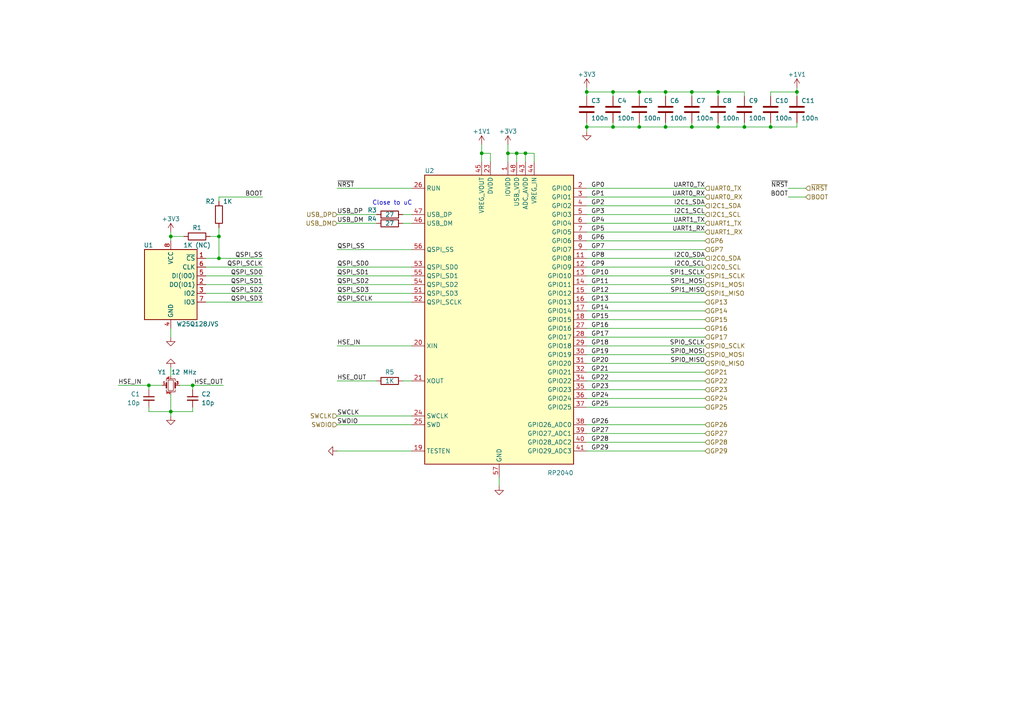
<source format=kicad_sch>
(kicad_sch (version 20230121) (generator eeschema)
  (paper "A4")
  (lib_symbols
    (symbol "Device:C" (pin_numbers hide) (pin_names (offset 0.254))
      (property "Reference" "C" (at 0.635 2.54 0))
      (property "Value" "C" (at 0.635 -2.54 0))
      (symbol "C_0_1"
        (polyline (pts (xy -2.032 -0.762) (xy 2.032 -0.762)) (stroke (width 0.508)))
        (polyline (pts (xy -2.032 0.762) (xy 2.032 0.762)) (stroke (width 0.508)))
      )
      (symbol "C_1_1"
        (pin passive line (at 0 3.81 270) (length 2.794) (name "~") (number "1"))
        (pin passive line (at 0 -3.81 90) (length 2.794) (name "~") (number "2"))
      )
    )
    (symbol "Device:C_Small" (pin_numbers hide) (pin_names (offset 0.254) hide)
      (property "Reference" "C" (at 0.254 1.778 0))
      (property "Value" "C_Small" (at 0.254 -2.032 0))
      (symbol "C_Small_0_1"
        (polyline (pts (xy -1.524 -0.508) (xy 1.524 -0.508)) (stroke (width 0.3302)))
        (polyline (pts (xy -1.524 0.508) (xy 1.524 0.508)) (stroke (width 0.3048)))
      )
      (symbol "C_Small_1_1"
        (pin passive line (at 0 2.54 270) (length 2.032) (name "~") (number "1"))
        (pin passive line (at 0 -2.54 90) (length 2.032) (name "~") (number "2"))
      )
    )
    (symbol "Device:Crystal_GND24_Small" (pin_names (offset 1.016) hide)
      (property "Reference" "Y" (at 1.27 4.445 0))
      (property "Value" "Crystal_GND24_Small" (at 1.27 2.54 0))
      (symbol "Crystal_GND24_Small_0_1"
        (rectangle (start -0.762 -1.524) (end 0.762 1.524))
        (polyline (pts (xy -1.27 -0.762) (xy -1.27 0.762)) (stroke (width 0.381)))
        (polyline (pts (xy 1.27 -0.762) (xy 1.27 0.762)) (stroke (width 0.381)))
        (polyline (pts (xy -1.27 -1.27) (xy -1.27 -1.905) (xy 1.27 -1.905) (xy 1.27 -1.27)))
        (polyline (pts (xy -1.27 1.27) (xy -1.27 1.905) (xy 1.27 1.905) (xy 1.27 1.27)))
      )
      (symbol "Crystal_GND24_Small_1_1"
        (pin passive line (at -2.54 0 0) (length 1.27) (name "1") (number "1"))
        (pin passive line (at 0 -2.54 90) (length 0.635) (name "2") (number "2"))
        (pin passive line (at 2.54 0 180) (length 1.27) (name "3") (number "3"))
        (pin passive line (at 0 2.54 270) (length 0.635) (name "4") (number "4"))
      )
    )
    (symbol "Device:R" (pin_numbers hide) (pin_names (offset 0))
      (property "Reference" "R" (at 2.032 0 90))
      (property "Value" "R" (at 0 0 90))
      (symbol "R_0_1"
        (rectangle (start -1.016 -2.54) (end 1.016 2.54) (stroke (width 0.254)))
      )
      (symbol "R_1_1"
        (pin passive line (at 0 3.81 270) (length 1.27) (name "~") (number "1"))
        (pin passive line (at 0 -3.81 90) (length 1.27) (name "~") (number "2"))
      )
    )
    (symbol "MCU_RaspberryPi:RP2040"
      (property "Reference" "U" (at 17.78 45.72 0))
      (property "Value" "RP2040" (at 17.78 43.18 0))
      (symbol "RP2040_0_1"
        (rectangle (start -21.59 41.91) (end 21.59 -41.91) (stroke (width 0.254)) (fill (type background)))
      )
      (symbol "RP2040_1_1"
        (pin power_in line (at 2.54 45.72 270) (length 3.81) (name "IOVDD") (number "1"))
        (pin passive line (at 2.54 45.72 270) (length 3.81) hide (name "IOVDD") (number "10"))
        (pin bidirectional line (at 25.4 17.78 180) (length 3.81) (name "GPIO8") (number "11"))
        (pin bidirectional line (at 25.4 15.24 180) (length 3.81) (name "GPIO9") (number "12"))
        (pin bidirectional line (at 25.4 12.7 180) (length 3.81) (name "GPIO10") (number "13"))
        (pin bidirectional line (at 25.4 10.16 180) (length 3.81) (name "GPIO11") (number "14"))
        (pin bidirectional line (at 25.4 7.62 180) (length 3.81) (name "GPIO12") (number "15"))
        (pin bidirectional line (at 25.4 5.08 180) (length 3.81) (name "GPIO13") (number "16"))
        (pin bidirectional line (at 25.4 2.54 180) (length 3.81) (name "GPIO14") (number "17"))
        (pin bidirectional line (at 25.4 0 180) (length 3.81) (name "GPIO15") (number "18"))
        (pin input line (at -25.4 -38.1 0) (length 3.81) (name "TESTEN") (number "19"))
        (pin bidirectional line (at 25.4 38.1 180) (length 3.81) (name "GPIO0") (number "2"))
        (pin input line (at -25.4 -7.62 0) (length 3.81) (name "XIN") (number "20"))
        (pin passive line (at -25.4 -17.78 0) (length 3.81) (name "XOUT") (number "21"))
        (pin passive line (at 2.54 45.72 270) (length 3.81) hide (name "IOVDD") (number "22"))
        (pin power_in line (at -2.54 45.72 270) (length 3.81) (name "DVDD") (number "23"))
        (pin input line (at -25.4 -27.94 0) (length 3.81) (name "SWCLK") (number "24"))
        (pin bidirectional line (at -25.4 -30.48 0) (length 3.81) (name "SWD") (number "25"))
        (pin input line (at -25.4 38.1 0) (length 3.81) (name "RUN") (number "26"))
        (pin bidirectional line (at 25.4 -2.54 180) (length 3.81) (name "GPIO16") (number "27"))
        (pin bidirectional line (at 25.4 -5.08 180) (length 3.81) (name "GPIO17") (number "28"))
        (pin bidirectional line (at 25.4 -7.62 180) (length 3.81) (name "GPIO18") (number "29"))
        (pin bidirectional line (at 25.4 35.56 180) (length 3.81) (name "GPIO1") (number "3"))
        (pin bidirectional line (at 25.4 -10.16 180) (length 3.81) (name "GPIO19") (number "30"))
        (pin bidirectional line (at 25.4 -12.7 180) (length 3.81) (name "GPIO20") (number "31"))
        (pin bidirectional line (at 25.4 -15.24 180) (length 3.81) (name "GPIO21") (number "32"))
        (pin passive line (at 2.54 45.72 270) (length 3.81) hide (name "IOVDD") (number "33"))
        (pin bidirectional line (at 25.4 -17.78 180) (length 3.81) (name "GPIO22") (number "34"))
        (pin bidirectional line (at 25.4 -20.32 180) (length 3.81) (name "GPIO23") (number "35"))
        (pin bidirectional line (at 25.4 -22.86 180) (length 3.81) (name "GPIO24") (number "36"))
        (pin bidirectional line (at 25.4 -25.4 180) (length 3.81) (name "GPIO25") (number "37"))
        (pin bidirectional line (at 25.4 -30.48 180) (length 3.81) (name "GPIO26_ADC0") (number "38"))
        (pin bidirectional line (at 25.4 -33.02 180) (length 3.81) (name "GPIO27_ADC1") (number "39"))
        (pin bidirectional line (at 25.4 33.02 180) (length 3.81) (name "GPIO2") (number "4"))
        (pin bidirectional line (at 25.4 -35.56 180) (length 3.81) (name "GPIO28_ADC2") (number "40"))
        (pin bidirectional line (at 25.4 -38.1 180) (length 3.81) (name "GPIO29_ADC3") (number "41"))
        (pin passive line (at 2.54 45.72 270) (length 3.81) hide (name "IOVDD") (number "42"))
        (pin power_in line (at 7.62 45.72 270) (length 3.81) (name "ADC_AVDD") (number "43"))
        (pin power_in line (at 10.16 45.72 270) (length 3.81) (name "VREG_IN") (number "44"))
        (pin power_out line (at -5.08 45.72 270) (length 3.81) (name "VREG_VOUT") (number "45"))
        (pin bidirectional line (at -25.4 27.94 0) (length 3.81) (name "USB_DM") (number "46"))
        (pin bidirectional line (at -25.4 30.48 0) (length 3.81) (name "USB_DP") (number "47"))
        (pin power_in line (at 5.08 45.72 270) (length 3.81) (name "USB_VDD") (number "48"))
        (pin passive line (at 2.54 45.72 270) (length 3.81) hide (name "IOVDD") (number "49"))
        (pin bidirectional line (at 25.4 30.48 180) (length 3.81) (name "GPIO3") (number "5"))
        (pin passive line (at -2.54 45.72 270) (length 3.81) hide (name "DVDD") (number "50"))
        (pin bidirectional line (at -25.4 7.62 0) (length 3.81) (name "QSPI_SD3") (number "51"))
        (pin output line (at -25.4 5.08 0) (length 3.81) (name "QSPI_SCLK") (number "52"))
        (pin bidirectional line (at -25.4 15.24 0) (length 3.81) (name "QSPI_SD0") (number "53"))
        (pin bidirectional line (at -25.4 10.16 0) (length 3.81) (name "QSPI_SD2") (number "54"))
        (pin bidirectional line (at -25.4 12.7 0) (length 3.81) (name "QSPI_SD1") (number "55"))
        (pin bidirectional line (at -25.4 20.32 0) (length 3.81) (name "QSPI_SS") (number "56"))
        (pin power_in line (at 0 -45.72 90) (length 3.81) (name "GND") (number "57"))
        (pin bidirectional line (at 25.4 27.94 180) (length 3.81) (name "GPIO4") (number "6"))
        (pin bidirectional line (at 25.4 25.4 180) (length 3.81) (name "GPIO5") (number "7"))
        (pin bidirectional line (at 25.4 22.86 180) (length 3.81) (name "GPIO6") (number "8"))
        (pin bidirectional line (at 25.4 20.32 180) (length 3.81) (name "GPIO7") (number "9"))
      )
    )
    (symbol "Memory_Flash:W25Q128JVS"
      (property "Reference" "U" (at -8.89 8.89 0))
      (property "Value" "W25Q128JVS" (at 7.62 8.89 0))
      (symbol "W25Q128JVS_0_1"
        (rectangle (start -7.62 10.16) (end 7.62 -10.16) (stroke (width 0.254)) (fill (type background)))
      )
      (symbol "W25Q128JVS_1_1"
        (pin input line (at -10.16 7.62 0) (length 2.54) (name "~{CS}") (number "1"))
        (pin bidirectional line (at -10.16 0 0) (length 2.54) (name "DO(IO1)") (number "2"))
        (pin bidirectional line (at -10.16 -2.54 0) (length 2.54) (name "IO2") (number "3"))
        (pin power_in line (at 0 -12.7 90) (length 2.54) (name "GND") (number "4"))
        (pin bidirectional line (at -10.16 2.54 0) (length 2.54) (name "DI(IO0)") (number "5"))
        (pin input line (at -10.16 5.08 0) (length 2.54) (name "CLK") (number "6"))
        (pin bidirectional line (at -10.16 -5.08 0) (length 2.54) (name "IO3") (number "7"))
        (pin power_in line (at 0 12.7 270) (length 2.54) (name "VCC") (number "8"))
      )
    )
    (symbol "power:+1V1" (power) (pin_names (offset 0))
      (property "Value" "+1V1" (at 0 3.556 0))
      (symbol "+1V1_0_1"
        (polyline (pts (xy -0.762 1.27) (xy 0 2.54)))
        (polyline (pts (xy 0 0) (xy 0 2.54)))
        (polyline (pts (xy 0 2.54) (xy 0.762 1.27)))
      )
      (symbol "+1V1_1_1"
        (pin power_in line (at 0 0 90) (length 0) hide (name "+1V1") (number "1"))
      )
    )
    (symbol "power:+3V3" (power) (pin_names (offset 0))
      (property "Value" "+3V3" (at 0 3.556 0))
      (symbol "+3V3_0_1"
        (polyline (pts (xy -0.762 1.27) (xy 0 2.54)))
        (polyline (pts (xy 0 0) (xy 0 2.54)))
        (polyline (pts (xy 0 2.54) (xy 0.762 1.27)))
      )
      (symbol "+3V3_1_1"
        (pin power_in line (at 0 0 90) (length 0) hide (name "+3V3") (number "1"))
      )
    )
    (symbol "power:GND" (power) (pin_names (offset 0))
      (property "Value" "GND" (at 0 -3.81 0))
      (symbol "GND_0_1"
        (polyline (pts (xy 0 0) (xy 0 -1.27) (xy 1.27 -1.27) (xy 0 -2.54) (xy -1.27 -1.27) (xy 0 -1.27)))
      )
      (symbol "GND_1_1"
        (pin power_in line (at 0 0 270) (length 0) hide (name "GND") (number "1"))
      )
    )
  )
  (junction (at 49.53 119.38))
  (junction (at 139.7 44.45))
  (junction (at 55.88 111.76))
  (junction (at 152.4 44.45))
  (junction (at 170.18 36.83))
  (junction (at 177.8 36.83))
  (junction (at 63.5 68.58))
  (junction (at 43.18 111.76))
  (junction (at 200.66 26.67))
  (junction (at 177.8 26.67))
  (junction (at 208.28 26.67))
  (junction (at 223.52 36.83))
  (junction (at 49.53 68.58))
  (junction (at 185.42 26.67))
  (junction (at 208.28 36.83))
  (junction (at 170.18 26.67))
  (junction (at 147.32 44.45))
  (junction (at 193.04 26.67))
  (junction (at 231.14 26.67))
  (junction (at 200.66 36.83))
  (junction (at 63.5 74.93))
  (junction (at 185.42 36.83))
  (junction (at 193.04 36.83))
  (junction (at 149.86 44.45))
  (junction (at 215.9 36.83))
  (wire (pts (xy 97.79 120.65) (xy 119.38 120.65)))
  (wire (pts (xy 215.9 26.67) (xy 215.9 27.94)))
  (wire (pts (xy 144.78 138.43) (xy 144.78 140.97)))
  (wire (pts (xy 170.18 85.09) (xy 204.47 85.09)))
  (wire (pts (xy 49.53 119.38) (xy 55.88 119.38)))
  (wire (pts (xy 200.66 26.67) (xy 208.28 26.67)))
  (wire (pts (xy 215.9 36.83) (xy 215.9 35.56)))
  (wire (pts (xy 170.18 100.33) (xy 204.47 100.33)))
  (wire (pts (xy 149.86 44.45) (xy 152.4 44.45)))
  (wire (pts (xy 97.79 64.77) (xy 109.22 64.77)))
  (wire (pts (xy 170.18 95.25) (xy 204.47 95.25)))
  (wire (pts (xy 200.66 36.83) (xy 208.28 36.83)))
  (wire (pts (xy 55.88 113.03) (xy 55.88 111.76)))
  (wire (pts (xy 76.2 80.01) (xy 59.69 80.01)))
  (wire (pts (xy 208.28 26.67) (xy 215.9 26.67)))
  (wire (pts (xy 177.8 36.83) (xy 177.8 35.56)))
  (wire (pts (xy 97.79 77.47) (xy 119.38 77.47)))
  (wire (pts (xy 170.18 118.11) (xy 204.47 118.11)))
  (wire (pts (xy 233.68 54.61) (xy 228.6 54.61)))
  (wire (pts (xy 49.53 119.38) (xy 49.53 120.65)))
  (wire (pts (xy 231.14 36.83) (xy 231.14 35.56)))
  (wire (pts (xy 55.88 111.76) (xy 64.77 111.76)))
  (wire (pts (xy 170.18 107.95) (xy 204.47 107.95)))
  (wire (pts (xy 170.18 36.83) (xy 170.18 35.56)))
  (wire (pts (xy 185.42 26.67) (xy 185.42 27.94)))
  (wire (pts (xy 170.18 102.87) (xy 204.47 102.87)))
  (wire (pts (xy 231.14 26.67) (xy 231.14 27.94)))
  (wire (pts (xy 170.18 67.31) (xy 204.47 67.31)))
  (wire (pts (xy 97.79 130.81) (xy 119.38 130.81)))
  (wire (pts (xy 49.53 109.22) (xy 49.53 106.68)))
  (wire (pts (xy 97.79 82.55) (xy 119.38 82.55)))
  (wire (pts (xy 208.28 36.83) (xy 215.9 36.83)))
  (wire (pts (xy 200.66 36.83) (xy 200.66 35.56)))
  (wire (pts (xy 97.79 123.19) (xy 119.38 123.19)))
  (wire (pts (xy 55.88 119.38) (xy 55.88 118.11)))
  (wire (pts (xy 116.84 62.23) (xy 119.38 62.23)))
  (wire (pts (xy 170.18 97.79) (xy 204.47 97.79)))
  (wire (pts (xy 208.28 36.83) (xy 208.28 35.56)))
  (wire (pts (xy 43.18 113.03) (xy 43.18 111.76)))
  (wire (pts (xy 193.04 35.56) (xy 193.04 36.83)))
  (wire (pts (xy 185.42 36.83) (xy 185.42 35.56)))
  (wire (pts (xy 223.52 36.83) (xy 231.14 36.83)))
  (wire (pts (xy 63.5 66.04) (xy 63.5 68.58)))
  (wire (pts (xy 208.28 26.67) (xy 208.28 27.94)))
  (wire (pts (xy 49.53 68.58) (xy 53.34 68.58)))
  (wire (pts (xy 177.8 26.67) (xy 185.42 26.67)))
  (wire (pts (xy 59.69 74.93) (xy 63.5 74.93)))
  (wire (pts (xy 43.18 119.38) (xy 43.18 118.11)))
  (wire (pts (xy 193.04 36.83) (xy 200.66 36.83)))
  (wire (pts (xy 170.18 82.55) (xy 204.47 82.55)))
  (wire (pts (xy 200.66 26.67) (xy 200.66 27.94)))
  (wire (pts (xy 223.52 26.67) (xy 231.14 26.67)))
  (wire (pts (xy 185.42 36.83) (xy 193.04 36.83)))
  (wire (pts (xy 223.52 36.83) (xy 223.52 35.56)))
  (wire (pts (xy 170.18 36.83) (xy 177.8 36.83)))
  (wire (pts (xy 170.18 113.03) (xy 204.47 113.03)))
  (wire (pts (xy 52.07 111.76) (xy 55.88 111.76)))
  (wire (pts (xy 49.53 68.58) (xy 49.53 69.85)))
  (wire (pts (xy 170.18 110.49) (xy 204.47 110.49)))
  (wire (pts (xy 170.18 54.61) (xy 204.47 54.61)))
  (wire (pts (xy 170.18 105.41) (xy 204.47 105.41)))
  (wire (pts (xy 152.4 44.45) (xy 154.94 44.45)))
  (wire (pts (xy 97.79 110.49) (xy 109.22 110.49)))
  (wire (pts (xy 193.04 26.67) (xy 200.66 26.67)))
  (wire (pts (xy 170.18 130.81) (xy 204.47 130.81)))
  (wire (pts (xy 170.18 87.63) (xy 204.47 87.63)))
  (wire (pts (xy 154.94 46.99) (xy 154.94 44.45)))
  (wire (pts (xy 139.7 44.45) (xy 139.7 46.99)))
  (wire (pts (xy 170.18 36.83) (xy 170.18 38.1)))
  (wire (pts (xy 49.53 97.79) (xy 49.53 95.25)))
  (wire (pts (xy 223.52 27.94) (xy 223.52 26.67)))
  (wire (pts (xy 97.79 100.33) (xy 119.38 100.33)))
  (wire (pts (xy 170.18 80.01) (xy 204.47 80.01)))
  (wire (pts (xy 170.18 62.23) (xy 204.47 62.23)))
  (wire (pts (xy 170.18 64.77) (xy 204.47 64.77)))
  (wire (pts (xy 177.8 26.67) (xy 177.8 27.94)))
  (wire (pts (xy 147.32 41.91) (xy 147.32 44.45)))
  (wire (pts (xy 147.32 44.45) (xy 147.32 46.99)))
  (wire (pts (xy 97.79 72.39) (xy 119.38 72.39)))
  (wire (pts (xy 97.79 80.01) (xy 119.38 80.01)))
  (wire (pts (xy 170.18 74.93) (xy 204.47 74.93)))
  (wire (pts (xy 49.53 67.31) (xy 49.53 68.58)))
  (wire (pts (xy 76.2 85.09) (xy 59.69 85.09)))
  (wire (pts (xy 34.29 111.76) (xy 43.18 111.76)))
  (wire (pts (xy 170.18 59.69) (xy 204.47 59.69)))
  (wire (pts (xy 63.5 57.15) (xy 76.2 57.15)))
  (wire (pts (xy 170.18 115.57) (xy 204.47 115.57)))
  (wire (pts (xy 116.84 110.49) (xy 119.38 110.49)))
  (wire (pts (xy 193.04 26.67) (xy 193.04 27.94)))
  (wire (pts (xy 63.5 74.93) (xy 76.2 74.93)))
  (wire (pts (xy 60.96 68.58) (xy 63.5 68.58)))
  (wire (pts (xy 170.18 123.19) (xy 204.47 123.19)))
  (wire (pts (xy 63.5 58.42) (xy 63.5 57.15)))
  (wire (pts (xy 185.42 26.67) (xy 193.04 26.67)))
  (wire (pts (xy 170.18 26.67) (xy 177.8 26.67)))
  (wire (pts (xy 170.18 26.67) (xy 170.18 27.94)))
  (wire (pts (xy 43.18 111.76) (xy 46.99 111.76)))
  (wire (pts (xy 149.86 44.45) (xy 149.86 46.99)))
  (wire (pts (xy 170.18 57.15) (xy 204.47 57.15)))
  (wire (pts (xy 97.79 54.61) (xy 119.38 54.61)))
  (wire (pts (xy 116.84 64.77) (xy 119.38 64.77)))
  (wire (pts (xy 97.79 87.63) (xy 119.38 87.63)))
  (wire (pts (xy 139.7 44.45) (xy 142.24 44.45)))
  (wire (pts (xy 139.7 41.91) (xy 139.7 44.45)))
  (wire (pts (xy 177.8 36.83) (xy 185.42 36.83)))
  (wire (pts (xy 170.18 125.73) (xy 204.47 125.73)))
  (wire (pts (xy 76.2 77.47) (xy 59.69 77.47)))
  (wire (pts (xy 63.5 68.58) (xy 63.5 74.93)))
  (wire (pts (xy 233.68 57.15) (xy 228.6 57.15)))
  (wire (pts (xy 152.4 44.45) (xy 152.4 46.99)))
  (wire (pts (xy 170.18 25.4) (xy 170.18 26.67)))
  (wire (pts (xy 170.18 92.71) (xy 204.47 92.71)))
  (wire (pts (xy 97.79 62.23) (xy 109.22 62.23)))
  (wire (pts (xy 142.24 46.99) (xy 142.24 44.45)))
  (wire (pts (xy 170.18 77.47) (xy 204.47 77.47)))
  (wire (pts (xy 170.18 90.17) (xy 204.47 90.17)))
  (wire (pts (xy 97.79 85.09) (xy 119.38 85.09)))
  (wire (pts (xy 43.18 119.38) (xy 49.53 119.38)))
  (wire (pts (xy 170.18 69.85) (xy 204.47 69.85)))
  (wire (pts (xy 76.2 87.63) (xy 59.69 87.63)))
  (wire (pts (xy 215.9 36.83) (xy 223.52 36.83)))
  (wire (pts (xy 170.18 128.27) (xy 204.47 128.27)))
  (wire (pts (xy 49.53 114.3) (xy 49.53 119.38)))
  (wire (pts (xy 170.18 72.39) (xy 204.47 72.39)))
  (wire (pts (xy 147.32 44.45) (xy 149.86 44.45)))
  (wire (pts (xy 231.14 25.4) (xy 231.14 26.67)))
  (wire (pts (xy 76.2 82.55) (xy 59.69 82.55)))
  (text "Close to uC" (at 107.95 59.69 0) (effects (font (size 1.27 1.27)) (justify left bottom)))
  (label "GP21" (at 171.45 107.95 0))
  (label "SPI1_SCLK" (at 204.47 80.01 180))
  (label "GP24" (at 171.45 115.57 0))
  (label "USB_DM" (at 97.79 64.77 0))
  (label "QSPI_SS" (at 76.2 74.93 180))
  (label "GP11" (at 171.45 82.55 0))
  (label "GP1" (at 171.45 57.15 0))
  (label "GP25" (at 171.45 118.11 0))
  (label "QSPI_SD1" (at 76.2 82.55 180))
  (label "QSPI_SD0" (at 97.79 77.47 0))
  (label "~{NRST}" (at 97.79 54.61 0))
  (label "GP5" (at 171.45 67.31 0))
  (label "SPI1_MOSI" (at 204.47 82.55 180))
  (label "HSE_OUT" (at 64.77 111.76 180))
  (label "GP27" (at 171.45 125.73 0))
  (label "GP13" (at 171.45 87.63 0))
  (label "GP28" (at 171.45 128.27 0))
  (label "QSPI_SD2" (at 76.2 85.09 180))
  (label "GP3" (at 171.45 62.23 0))
  (label "QSPI_SD3" (at 97.79 85.09 0))
  (label "GP23" (at 171.45 113.03 0))
  (label "GP7" (at 171.45 72.39 0))
  (label "I2C0_SDA" (at 204.47 74.93 180))
  (label "GP12" (at 171.45 85.09 0))
  (label "SWDIO" (at 97.79 123.19 0))
  (label "QSPI_SD0" (at 76.2 80.01 180))
  (label "SPI0_MISO" (at 204.47 105.41 180))
  (label "GP8" (at 171.45 74.93 0))
  (label "UART1_TX" (at 204.47 64.77 180))
  (label "GP14" (at 171.45 90.17 0))
  (label "GP4" (at 171.45 64.77 0))
  (label "I2C1_SDA" (at 204.47 59.69 180))
  (label "GP16" (at 171.45 95.25 0))
  (label "GP0" (at 171.45 54.61 0))
  (label "GP10" (at 171.45 80.01 0))
  (label "GP6" (at 171.45 69.85 0))
  (label "I2C1_SCL" (at 204.47 62.23 180))
  (label "HSE_OUT" (at 97.79 110.49 0))
  (label "GP26" (at 171.45 123.19 0))
  (label "GP17" (at 171.45 97.79 0))
  (label "BOOT" (at 76.2 57.15 180))
  (label "SPI1_MISO" (at 204.47 85.09 180))
  (label "UART0_RX" (at 204.47 57.15 180))
  (label "I2C0_SCL" (at 204.47 77.47 180))
  (label "QSPI_SD1" (at 97.79 80.01 0))
  (label "QSPI_SS" (at 97.79 72.39 0))
  (label "GP9" (at 171.45 77.47 0))
  (label "SWCLK" (at 97.79 120.65 0))
  (label "QSPI_SD3" (at 76.2 87.63 180))
  (label "QSPI_SCLK" (at 97.79 87.63 0))
  (label "GP22" (at 171.45 110.49 0))
  (label "GP19" (at 171.45 102.87 0))
  (label "HSE_IN" (at 34.29 111.76 0))
  (label "HSE_IN" (at 97.79 100.33 0))
  (label "UART0_TX" (at 204.47 54.61 180))
  (label "SPI0_MOSI" (at 204.47 102.87 180))
  (label "GP29" (at 171.45 130.81 0))
  (label "GP2" (at 171.45 59.69 0))
  (label "GP15" (at 171.45 92.71 0))
  (label "~{NRST}" (at 228.6 54.61 180))
  (label "SPI0_SCLK" (at 204.47 100.33 180))
  (label "GP18" (at 171.45 100.33 0))
  (label "GP20" (at 171.45 105.41 0))
  (label "BOOT" (at 228.6 57.15 180))
  (label "QSPI_SD2" (at 97.79 82.55 0))
  (label "USB_DP" (at 97.79 62.23 0))
  (label "QSPI_SCLK" (at 76.2 77.47 180))
  (label "UART1_RX" (at 204.47 67.31 180))
  (hierarchical_label "I2C1_SDA" (shape input) (at 204.47 59.69 0))
  (hierarchical_label "SPI0_SCLK" (shape input) (at 204.47 100.33 0))
  (hierarchical_label "GP14" (shape input) (at 204.47 90.17 0))
  (hierarchical_label "GP16" (shape input) (at 204.47 95.25 0))
  (hierarchical_label "GP17" (shape input) (at 204.47 97.79 0))
  (hierarchical_label "SPI0_MOSI" (shape input) (at 204.47 102.87 0))
  (hierarchical_label "I2C0_SCL" (shape input) (at 204.47 77.47 0))
  (hierarchical_label "SPI1_MOSI" (shape input) (at 204.47 82.55 0))
  (hierarchical_label "UART0_TX" (shape input) (at 204.47 54.61 0))
  (hierarchical_label "I2C0_SDA" (shape input) (at 204.47 74.93 0))
  (hierarchical_label "GP25" (shape input) (at 204.47 118.11 0))
  (hierarchical_label "GP6" (shape input) (at 204.47 69.85 0))
  (hierarchical_label "USB_DM" (shape input) (at 97.79 64.77 180))
  (hierarchical_label "GP27" (shape input) (at 204.47 125.73 0))
  (hierarchical_label "UART1_RX" (shape input) (at 204.47 67.31 0))
  (hierarchical_label "GP28" (shape input) (at 204.47 128.27 0))
  (hierarchical_label "GP22" (shape input) (at 204.47 110.49 0))
  (hierarchical_label "SWCLK" (shape input) (at 97.79 120.65 180))
  (hierarchical_label "GP7" (shape input) (at 204.47 72.39 0))
  (hierarchical_label "GP13" (shape input) (at 204.47 87.63 0))
  (hierarchical_label "SPI0_MISO" (shape input) (at 204.47 105.41 0))
  (hierarchical_label "UART0_RX" (shape input) (at 204.47 57.15 0))
  (hierarchical_label "UART1_TX" (shape input) (at 204.47 64.77 0))
  (hierarchical_label "USB_DP" (shape input) (at 97.79 62.23 180))
  (hierarchical_label "SPI1_SCLK" (shape input) (at 204.47 80.01 0))
  (hierarchical_label "GP15" (shape input) (at 204.47 92.71 0))
  (hierarchical_label "~{NRST}" (shape input) (at 233.68 54.61 0))
  (hierarchical_label "GP24" (shape input) (at 204.47 115.57 0))
  (hierarchical_label "GP29" (shape input) (at 204.47 130.81 0))
  (hierarchical_label "GP23" (shape input) (at 204.47 113.03 0))
  (hierarchical_label "SWDIO" (shape input) (at 97.79 123.19 180))
  (hierarchical_label "I2C1_SCL" (shape input) (at 204.47 62.23 0))
  (hierarchical_label "GP26" (shape input) (at 204.47 123.19 0))
  (hierarchical_label "BOOT" (shape input) (at 233.68 57.15 0))
  (hierarchical_label "GP21" (shape input) (at 204.47 107.95 0))
  (hierarchical_label "SPI1_MISO" (shape input) (at 204.47 85.09 0))
  (symbol (lib_id "Device:C_Small") (at 43.18 115.57 0) (mirror y) (unit 1)
    (property "Reference" "C1" (at 40.64 114.3063 0) (effects (justify left)))
    (property "Value" "10p" (at 40.64 116.8463 0) (effects (justify left)))
    (property "Footprint" "Capacitor_SMD:C_0402_1005Metric" (effects hide))
    (instances (project "base2040" (path "" (reference "C1") (unit 1))) (project "1-Job" (path "" (reference "C210") (unit 1))))
  )
  (symbol (lib_id "Device:C") (at 215.9 31.75 0) (unit 1)
    (property "Reference" "C9" (at 217.17 29.21 0) (effects (justify left)))
    (property "Value" "100n" (at 217.17 34.29 0) (effects (justify left)))
    (property "Footprint" "Capacitor_SMD:C_0402_1005Metric" (effects hide))
    (instances (project "base2040" (path "" (reference "C9") (unit 1))) (project "1-Job" (path "" (reference "C207") (unit 1))))
  )
  (symbol (lib_id "power:+3V3") (at 49.53 67.31 0) (unit 1)
    (property "Reference" "#PWR01" (effects hide))
    (property "Value" "+3V3" (at 49.53 63.5 0))
    (instances (project "base2040" (path "" (reference "#PWR01") (unit 1))) (project "1-Job" (path "" (reference "#PWR0206") (unit 1))) (project "t_rp2040" (path "" (reference "#PWR03") (unit 1))))
  )
  (symbol (lib_id "Device:C_Small") (at 55.88 115.57 0) (unit 1)
    (property "Reference" "C2" (at 58.42 114.3063 0) (effects (justify left)))
    (property "Value" "10p" (at 58.42 116.8463 0) (effects (justify left)))
    (property "Footprint" "Capacitor_SMD:C_0402_1005Metric" (effects hide))
    (instances (project "base2040" (path "" (reference "C2") (unit 1))) (project "1-Job" (path "" (reference "C211") (unit 1))))
  )
  (symbol (lib_id "power:GND") (at 144.78 140.97 0) (unit 1)
    (property "Reference" "#PWR07" (effects hide))
    (property "Value" "GND" (effects hide))
    (instances (project "base2040" (path "" (reference "#PWR07") (unit 1))) (project "1-Job" (path "" (reference "#PWR0211") (unit 1))) (project "t_rp2040" (path "" (reference "#PWR07") (unit 1))))
  )
  (symbol (lib_id "MCU_RaspberryPi:RP2040") (at 144.78 92.71 0) (unit 1)
    (property "Reference" "U2" (at 123.19 49.53 0) (effects (justify left)))
    (property "Value" "RP2040" (at 158.75 137.16 0) (effects (justify left)))
    (property "Footprint" "Package_DFN_QFN:QFN-56-1EP_7x7mm_P0.4mm_EP3.2x3.2mm" (effects hide))
    (property "Datasheet" "https://datasheets.raspberrypi.com/rp2040/rp2040-datasheet.pdf" (effects hide))
    (instances (project "base2040" (path "" (reference "U2") (unit 1))) (project "1-Job" (path "" (reference "U202") (unit 1))) (project "t_rp2040" (path "" (reference "U2") (unit 1))))
  )
  (symbol (lib_id "Device:R") (at 113.03 110.49 90) (unit 1)
    (property "Reference" "R5" (at 113.03 107.95 90))
    (property "Value" "1K" (at 113.03 110.49 90))
    (property "Footprint" "Resistor_SMD:R_0402_1005Metric" (effects hide))
    (instances (project "base2040" (path "" (reference "R5") (unit 1))) (project "1-Job" (path "" (reference "R205") (unit 1))))
  )
  (symbol (lib_id "power:GND") (at 170.18 38.1 0) (unit 1)
    (property "Reference" "#PWR010" (effects hide))
    (property "Value" "GND" (effects hide))
    (instances (project "base2040" (path "" (reference "#PWR010") (unit 1))) (project "1-Job" (path "" (reference "#PWR0203") (unit 1))) (project "t_rp2040" (path "" (reference "#PWR07") (unit 1))))
  )
  (symbol (lib_id "power:GND") (at 49.53 97.79 0) (unit 1)
    (property "Reference" "#PWR02" (effects hide))
    (property "Value" "GND" (effects hide))
    (instances (project "base2040" (path "" (reference "#PWR02") (unit 1))) (project "1-Job" (path "" (reference "#PWR0207") (unit 1))) (project "t_rp2040" (path "" (reference "#PWR04") (unit 1))))
  )
  (symbol (lib_id "Device:R") (at 57.15 68.58 90) (unit 1)
    (property "Reference" "R1" (at 57.15 66.04 90))
    (property "Value" "1K (NC)" (at 57.15 71.12 90))
    (property "Footprint" "Resistor_SMD:R_0402_1005Metric" (effects hide))
    (instances (project "base2040" (path "" (reference "R1") (unit 1))) (project "1-Job" (path "" (reference "R204") (unit 1))))
  )
  (symbol (lib_id "power:+3V3") (at 170.18 25.4 0) (unit 1)
    (property "Reference" "#PWR09" (effects hide))
    (property "Value" "+3V3" (at 170.18 21.59 0))
    (instances (project "base2040" (path "" (reference "#PWR09") (unit 1))) (project "1-Job" (path "" (reference "#PWR0201") (unit 1))) (project "t_rp2040" (path "" (reference "#PWR012") (unit 1))))
  )
  (symbol (lib_id "Device:R") (at 63.5 62.23 0) (mirror x) (unit 1)
    (property "Reference" "R2" (at 60.96 58.42 0))
    (property "Value" "1K" (at 66.04 58.42 0))
    (property "Footprint" "Resistor_SMD:R_0402_1005Metric" (effects hide))
    (instances (project "base2040" (path "" (reference "R2") (unit 1))) (project "1-Job" (path "" (reference "R201") (unit 1))))
  )
  (symbol (lib_id "Device:C") (at 231.14 31.75 0) (unit 1)
    (property "Reference" "C11" (at 232.41 29.21 0) (effects (justify left)))
    (property "Value" "100n" (at 232.41 34.29 0) (effects (justify left)))
    (property "Footprint" "Capacitor_SMD:C_0402_1005Metric" (effects hide))
    (instances (project "base2040" (path "" (reference "C11") (unit 1))) (project "1-Job" (path "" (reference "C209") (unit 1))))
  )
  (symbol (lib_id "power:GND") (at 49.53 120.65 0) (unit 1)
    (property "Reference" "#PWR04" (effects hide))
    (property "Value" "GND" (effects hide))
    (instances (project "base2040" (path "" (reference "#PWR04") (unit 1))) (project "1-Job" (path "" (reference "#PWR0209") (unit 1))) (project "t_rp2040" (path "" (reference "#PWR04") (unit 1))))
  )
  (symbol (lib_id "power:+1V1") (at 231.14 25.4 0) (unit 1)
    (property "Reference" "#PWR011" (effects hide))
    (property "Value" "+1V1" (at 231.14 21.59 0))
    (instances (project "base2040" (path "" (reference "#PWR011") (unit 1))) (project "1-Job" (path "" (reference "#PWR0202") (unit 1))) (project "t_rp2040" (path "" (reference "#PWR06") (unit 1))))
  )
  (symbol (lib_id "Device:C") (at 193.04 31.75 0) (unit 1)
    (property "Reference" "C6" (at 194.31 29.21 0) (effects (justify left)))
    (property "Value" "100n" (at 194.31 34.29 0) (effects (justify left)))
    (property "Footprint" "Capacitor_SMD:C_0402_1005Metric" (effects hide))
    (instances (project "base2040" (path "" (reference "C6") (unit 1))) (project "1-Job" (path "" (reference "C204") (unit 1))))
  )
  (symbol (lib_id "Device:C") (at 208.28 31.75 0) (unit 1)
    (property "Reference" "C8" (at 209.55 29.21 0) (effects (justify left)))
    (property "Value" "100n" (at 209.55 34.29 0) (effects (justify left)))
    (property "Footprint" "Capacitor_SMD:C_0402_1005Metric" (effects hide))
    (instances (project "base2040" (path "" (reference "C8") (unit 1))) (project "1-Job" (path "" (reference "C206") (unit 1))))
  )
  (symbol (lib_id "Device:R") (at 113.03 62.23 90) (unit 1)
    (property "Reference" "R3" (at 107.95 60.96 90))
    (property "Value" "27" (at 113.03 62.23 90))
    (property "Footprint" "Resistor_SMD:R_0402_1005Metric" (effects hide))
    (instances (project "base2040" (path "" (reference "R3") (unit 1))) (project "1-Job" (path "" (reference "R202") (unit 1))) (project "t_rp2040" (path "" (reference "R3") (unit 1))))
  )
  (symbol (lib_id "Device:C") (at 177.8 31.75 0) (unit 1)
    (property "Reference" "C4" (at 179.07 29.21 0) (effects (justify left)))
    (property "Value" "100n" (at 179.07 34.29 0) (effects (justify left)))
    (property "Footprint" "Capacitor_SMD:C_0402_1005Metric" (effects hide))
    (instances (project "base2040" (path "" (reference "C4") (unit 1))) (project "1-Job" (path "" (reference "C202") (unit 1))))
  )
  (symbol (lib_id "power:GND") (at 49.53 106.68 0) (mirror x) (unit 1)
    (property "Reference" "#PWR03" (effects hide))
    (property "Value" "GND" (effects hide))
    (instances (project "base2040" (path "" (reference "#PWR03") (unit 1))) (project "1-Job" (path "" (reference "#PWR0208") (unit 1))) (project "t_rp2040" (path "" (reference "#PWR04") (unit 1))))
  )
  (symbol (lib_id "Device:C") (at 223.52 31.75 0) (unit 1)
    (property "Reference" "C10" (at 224.79 29.21 0) (effects (justify left)))
    (property "Value" "100n" (at 224.79 34.29 0) (effects (justify left)))
    (property "Footprint" "Capacitor_SMD:C_0402_1005Metric" (effects hide))
    (instances (project "base2040" (path "" (reference "C10") (unit 1))) (project "1-Job" (path "" (reference "C208") (unit 1))))
  )
  (symbol (lib_id "Device:Crystal_GND24_Small") (at 49.53 111.76 0) (unit 1)
    (property "Reference" "Y1" (at 46.99 107.95 0))
    (property "Value" "12 MHz" (at 53.34 107.95 0))
    (property "Footprint" "Crystal:Crystal_SMD_3225-4Pin_3.2x2.5mm" (effects hide))
    (instances (project "base2040" (path "" (reference "Y1") (unit 1))) (project "1-Job" (path "" (reference "Y201") (unit 1))))
  )
  (symbol (lib_id "Memory_Flash:W25Q128JVS") (at 49.53 82.55 0) (mirror y) (unit 1)
    (property "Reference" "U1" (at 44.45 71.12 0) (effects (justify left)))
    (property "Value" "W25Q128JVS" (at 63.5 93.98 0) (effects (justify left)))
    (property "Footprint" "Package_SO:SOIC-8_5.23x5.23mm_P1.27mm" (effects hide))
    (property "Datasheet" "http://www.winbond.com/resource-files/w25q128jv_dtr%20revc%2003272018%20plus.pdf" (effects hide))
    (instances (project "base2040" (path "" (reference "U1") (unit 1))) (project "1-Job" (path "" (reference "U201") (unit 1))) (project "t_rp2040" (path "" (reference "U1") (unit 1))))
  )
  (symbol (lib_id "Device:C") (at 185.42 31.75 0) (unit 1)
    (property "Reference" "C5" (at 186.69 29.21 0) (effects (justify left)))
    (property "Value" "100n" (at 186.69 34.29 0) (effects (justify left)))
    (property "Footprint" "Capacitor_SMD:C_0402_1005Metric" (effects hide))
    (instances (project "base2040" (path "" (reference "C5") (unit 1))) (project "1-Job" (path "" (reference "C203") (unit 1))))
  )
  (symbol (lib_id "Device:C") (at 200.66 31.75 0) (unit 1)
    (property "Reference" "C7" (at 201.93 29.21 0) (effects (justify left)))
    (property "Value" "100n" (at 201.93 34.29 0) (effects (justify left)))
    (property "Footprint" "Capacitor_SMD:C_0402_1005Metric" (effects hide))
    (instances (project "base2040" (path "" (reference "C7") (unit 1))) (project "1-Job" (path "" (reference "C205") (unit 1))))
  )
  (symbol (lib_id "power:GND") (at 97.79 130.81 270) (unit 1)
    (property "Reference" "#PWR05" (effects hide))
    (property "Value" "GND" (effects hide))
    (instances (project "base2040" (path "" (reference "#PWR05") (unit 1))) (project "1-Job" (path "" (reference "#PWR0210") (unit 1))) (project "t_rp2040" (path "" (reference "#PWR07") (unit 1))))
  )
  (symbol (lib_id "power:+3V3") (at 147.32 41.91 0) (unit 1)
    (property "Reference" "#PWR08" (effects hide))
    (property "Value" "+3V3" (at 147.32 38.1 0))
    (instances (project "base2040" (path "" (reference "#PWR08") (unit 1))) (project "1-Job" (path "" (reference "#PWR0205") (unit 1))) (project "t_rp2040" (path "" (reference "#PWR012") (unit 1))))
  )
  (symbol (lib_id "Device:C") (at 170.18 31.75 0) (unit 1)
    (property "Reference" "C3" (at 171.45 29.21 0) (effects (justify left)))
    (property "Value" "100n" (at 171.45 34.29 0) (effects (justify left)))
    (property "Footprint" "Capacitor_SMD:C_0402_1005Metric" (effects hide))
    (instances (project "base2040" (path "" (reference "C3") (unit 1))) (project "1-Job" (path "" (reference "C201") (unit 1))))
  )
  (symbol (lib_id "Device:R") (at 113.03 64.77 90) (unit 1)
    (property "Reference" "R4" (at 107.95 63.5 90))
    (property "Value" "27" (at 113.03 64.77 90))
    (property "Footprint" "Resistor_SMD:R_0402_1005Metric" (effects hide))
    (instances (project "base2040" (path "" (reference "R4") (unit 1))) (project "1-Job" (path "" (reference "R203") (unit 1))) (project "t_rp2040" (path "" (reference "R4") (unit 1))))
  )
  (symbol (lib_id "power:+1V1") (at 139.7 41.91 0) (unit 1)
    (property "Reference" "#PWR06" (effects hide))
    (property "Value" "+1V1" (at 139.7 38.1 0))
    (instances (project "base2040" (path "" (reference "#PWR06") (unit 1))) (project "1-Job" (path "" (reference "#PWR0204") (unit 1))) (project "t_rp2040" (path "" (reference "#PWR06") (unit 1))))
  )
)
</source>
